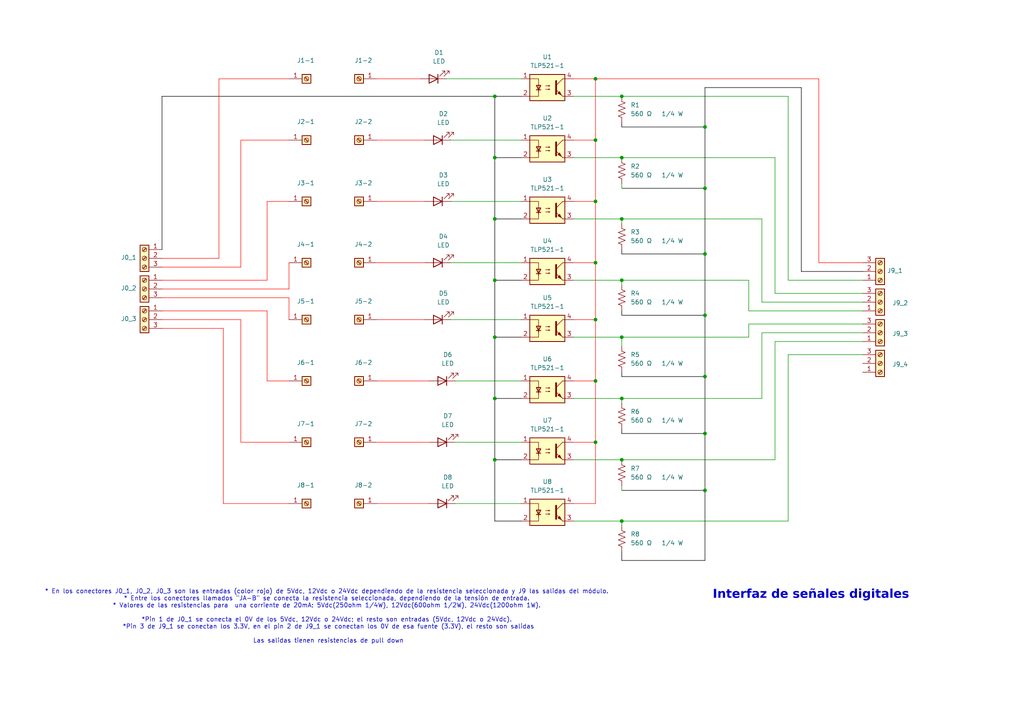
<source format=kicad_sch>
(kicad_sch (version 20250114) (generator "eeschema") (generator_version "9.0")
  (paper "A4")
  (title_block (title "Interfaz de señales digitales") (date "2025-09-10") (company "Digicontrol"))
  (lib_symbols
    (symbol "Connector:Screw_Terminal_01x01" (pin_names (offset 1.016) (hide yes))
      (property "Reference" "J" (at 0 2.54 0))
      (property "Value" "Screw_Terminal_01x01" (at 0 -2.54 0))
      (symbol "Screw_Terminal_01x01_1_1"
        (rectangle (start -1.27 1.27) (end 1.27 -1.27) (stroke (width 0.254)) (fill (type background)))
        (polyline (pts (xy -0.5334 0.3302) (xy 0.3302 -0.508)) (stroke (width 0.1524)))
        (polyline (pts (xy -0.3556 0.508) (xy 0.508 -0.3302)) (stroke (width 0.1524)))
        (circle (center 0 0) (radius 0.635) (stroke (width 0.1524)))
        (pin passive line (at -5.08 0 0) (length 3.81) (name "Pin_1") (number "1"))
      )
    )
    (symbol "Connector:Screw_Terminal_01x03" (pin_names (offset 1.016) (hide yes))
      (property "Reference" "J0_1" (at -6.858 0.254 0))
      (symbol "Screw_Terminal_01x03_1_1"
        (circle (center 0 2.54) (radius 0.635) (stroke (width 0.1524)))
        (circle (center 0 0) (radius 0.635) (stroke (width 0.1524)))
        (circle (center 0 -2.54) (radius 0.635) (stroke (width 0.1524)))
        (polyline (pts (xy 0.3556 3.048) (xy -0.508 2.2098)) (stroke (width 0.1524)))
        (polyline (pts (xy 0.3556 0.508) (xy -0.508 -0.3302)) (stroke (width 0.1524)))
        (polyline (pts (xy 0.3556 -2.032) (xy -0.508 -2.8702)) (stroke (width 0.1524)))
        (polyline (pts (xy 0.5334 2.8702) (xy -0.3302 2.032)) (stroke (width 0.1524)))
        (polyline (pts (xy 0.5334 0.3302) (xy -0.3302 -0.508)) (stroke (width 0.1524)))
        (polyline (pts (xy 0.5334 -2.2098) (xy -0.3302 -3.048)) (stroke (width 0.1524)))
        (rectangle (start 1.27 3.81) (end -1.27 -3.81) (stroke (width 0.254)) (fill (type background)))
        (pin passive line (at 5.08 2.54 180) (length 3.81) (name "Pin_1") (number "1"))
        (pin passive line (at 5.08 0 180) (length 3.81) (name "Pin_2") (number "2"))
        (pin passive line (at 5.08 -2.54 180) (length 3.81) (name "Pin_3") (number "3"))
      )
    )
    (symbol "Device:LED" (pin_numbers (hide yes)) (pin_names (offset 1.016) (hide yes))
      (property "Reference" "D" (at 0 2.54 0))
      (property "Value" "LED" (at 0 -2.54 0))
      (symbol "LED_0_1"
        (polyline (pts (xy -3.048 -0.762) (xy -4.572 -2.286) (xy -3.81 -2.286) (xy -4.572 -2.286) (xy -4.572 -1.524)))
        (polyline (pts (xy -1.778 -0.762) (xy -3.302 -2.286) (xy -2.54 -2.286) (xy -3.302 -2.286) (xy -3.302 -1.524)))
        (polyline (pts (xy -1.27 0) (xy 1.27 0)))
        (polyline (pts (xy -1.27 -1.27) (xy -1.27 1.27)) (stroke (width 0.254)))
        (polyline (pts (xy 1.27 -1.27) (xy 1.27 1.27) (xy -1.27 0) (xy 1.27 -1.27)) (stroke (width 0.254)))
      )
      (symbol "LED_1_1"
        (pin passive line (at -3.81 0 0) (length 2.54) (name "K") (number "1"))
        (pin passive line (at 3.81 0 180) (length 2.54) (name "A") (number "2"))
      )
    )
    (symbol "Device:R_US" (pin_numbers (hide yes)) (pin_names (offset 0))
      (property "Reference" "R" (at 2.54 0 90))
      (property "Value" "R_US" (at -2.54 0 90))
      (symbol "R_US_0_1"
        (polyline (pts (xy 0 2.286) (xy 0 2.54)))
        (polyline (pts (xy 0 2.286) (xy 1.016 1.905) (xy 0 1.524) (xy -1.016 1.143) (xy 0 0.762)))
        (polyline (pts (xy 0 0.762) (xy 1.016 0.381) (xy 0 0) (xy -1.016 -0.381) (xy 0 -0.762)))
        (polyline (pts (xy 0 -0.762) (xy 1.016 -1.143) (xy 0 -1.524) (xy -1.016 -1.905) (xy 0 -2.286)))
        (polyline (pts (xy 0 -2.286) (xy 0 -2.54)))
      )
      (symbol "R_US_1_1"
        (pin passive line (at 0 3.81 270) (length 1.27) (name "~") (number "1"))
        (pin passive line (at 0 -3.81 90) (length 1.27) (name "~") (number "2"))
      )
    )
    (symbol "Isolator:Optocoupler_DC_PhotoNPN_AKEC"
      (property "Reference" "U" (at -5.08 5.08 0))
      (property "Value" "Optocoupler_DC_PhotoNPN_AKEC" (at 0 5.08 0))
      (symbol "Optocoupler_DC_PhotoNPN_AKEC_0_1"
        (rectangle (start -5.08 3.81) (end 5.08 -3.81) (stroke (width 0.254)) (fill (type background)))
        (polyline (pts (xy -5.08 2.54) (xy -2.54 2.54) (xy -2.54 -1.27) (xy -2.54 0.635)))
        (polyline (pts (xy -3.175 -0.635) (xy -1.905 -0.635)) (stroke (width 0.254)))
        (polyline (pts (xy -2.54 -0.635) (xy -2.54 -2.54) (xy -5.08 -2.54)))
        (polyline (pts (xy -2.54 -0.635) (xy -3.175 0.635) (xy -1.905 0.635) (xy -2.54 -0.635)) (stroke (width 0.254)))
        (polyline (pts (xy -0.508 0.508) (xy 0.762 0.508) (xy 0.381 0.381) (xy 0.381 0.635) (xy 0.762 0.508)))
        (polyline (pts (xy -0.508 -0.508) (xy 0.762 -0.508) (xy 0.381 -0.635) (xy 0.381 -0.381) (xy 0.762 -0.508)))
        (polyline (pts (xy 2.54 1.905) (xy 2.54 -1.905)) (stroke (width 0.508)))
        (polyline (pts (xy 2.54 0.635) (xy 4.445 2.54)))
        (polyline (pts (xy 3.048 -1.651) (xy 3.556 -1.143) (xy 4.064 -2.159) (xy 3.048 -1.651)) (fill (type outline)))
        (polyline (pts (xy 4.445 2.54) (xy 5.08 2.54)))
        (polyline (pts (xy 4.445 -2.54) (xy 2.54 -0.635)) (fill (type outline)))
        (polyline (pts (xy 4.445 -2.54) (xy 5.08 -2.54)))
      )
      (symbol "Optocoupler_DC_PhotoNPN_AKEC_1_1"
        (pin passive line (at -7.62 2.54 0) (length 2.54) (name "~") (number "1"))
        (pin passive line (at -7.62 -2.54 0) (length 2.54) (name "~") (number "2"))
        (pin passive line (at 7.62 2.54 180) (length 2.54) (name "~") (number "4"))
        (pin passive line (at 7.62 -2.54 180) (length 2.54) (name "~") (number "3"))
      )
    )
    (symbol "Screw_Terminal_01x03_1" (pin_names (offset 1.016) (hide yes))
      (property "Reference" "J" (at 0 5.08 0))
      (property "Value" "Screw_Terminal_01x03" (at 0 -5.08 0))
      (symbol "Screw_Terminal_01x03_1_1_1"
        (rectangle (start -1.27 3.81) (end 1.27 -3.81) (stroke (width 0.254)) (fill (type background)))
        (polyline (pts (xy -0.5334 2.8702) (xy 0.3302 2.032)) (stroke (width 0.1524)))
        (polyline (pts (xy -0.5334 0.3302) (xy 0.3302 -0.508)) (stroke (width 0.1524)))
        (polyline (pts (xy -0.5334 -2.2098) (xy 0.3302 -3.048)) (stroke (width 0.1524)))
        (polyline (pts (xy -0.3556 3.048) (xy 0.508 2.2098)) (stroke (width 0.1524)))
        (polyline (pts (xy -0.3556 0.508) (xy 0.508 -0.3302)) (stroke (width 0.1524)))
        (polyline (pts (xy -0.3556 -2.032) (xy 0.508 -2.8702)) (stroke (width 0.1524)))
        (circle (center 0 2.54) (radius 0.635) (stroke (width 0.1524)))
        (circle (center 0 0) (radius 0.635) (stroke (width 0.1524)))
        (circle (center 0 -2.54) (radius 0.635) (stroke (width 0.1524)))
        (pin passive line (at -5.08 2.54 0) (length 3.81) (name "Pin_1") (number "1"))
        (pin passive line (at -5.08 0 0) (length 3.81) (name "Pin_2") (number "2"))
        (pin passive line (at -5.08 -2.54 0) (length 3.81) (name "Pin_3") (number "3"))
      )
    )
    (symbol "Screw_Terminal_01x03_2" (pin_names (offset 1.016) (hide yes))
      (property "Reference" "J9_1" (at -2.794 0.254 0))
      (symbol "Screw_Terminal_01x03_2_1_1"
        (circle (center 3.81 2.54) (radius 0.635) (stroke (width 0.1524)))
        (circle (center 3.81 0) (radius 0.635) (stroke (width 0.1524)))
        (circle (center 3.81 -2.54) (radius 0.635) (stroke (width 0.1524)))
        (polyline (pts (xy 4.1656 2.032) (xy 3.302 2.8702)) (stroke (width 0.1524)))
        (polyline (pts (xy 4.1656 -0.508) (xy 3.302 0.3302)) (stroke (width 0.1524)))
        (polyline (pts (xy 4.1656 -3.048) (xy 3.302 -2.2098)) (stroke (width 0.1524)))
        (polyline (pts (xy 4.3434 2.2098) (xy 3.4798 3.048)) (stroke (width 0.1524)))
        (polyline (pts (xy 4.3434 -0.3302) (xy 3.4798 0.508)) (stroke (width 0.1524)))
        (polyline (pts (xy 4.3434 -2.8702) (xy 3.4798 -2.032)) (stroke (width 0.1524)))
        (rectangle (start 5.08 -3.81) (end 2.54 3.81) (stroke (width 0.254)) (fill (type background)))
        (pin passive line (at 8.89 2.54 180) (length 3.81) (name "Pin_3") (number "3"))
        (pin passive line (at 8.89 0 180) (length 3.81) (name "Pin_2") (number "2"))
        (pin passive line (at 8.89 -2.54 180) (length 3.81) (name "Pin_1") (number "1"))
      )
    )
  )
  (text "Interfaz de señales digitales" (at 235.204 173.228 0) (effects (font (size 2.54 2.54))))
  (text "* En los conectores J0_1, J0_2, J0_3 son las entradas (color rojo) de 5Vdc, 12Vdc o 24Vdc dependiendo de la resistencia seleccionada y J9 las salidas del módulo. \n* Entre los conectores llamados \"JA-B\" se conecta la resistencia seleccionada, dependiendo de la tensión de entrada. \n* Valores de las resistencias para  una corriente de 20mA: 5Vdc(250ohm 1/4W), 12Vdc(600ohm 1/2W), 24Vdc(1200ohm 1W). \n\n*Pin 1 de J0_1 se conecta el 0V de los 5Vdc, 12Vdc o 24Vdc; el resto son entradas (5Vdc, 12Vdc o 24Vdc). \n*Pin 3 de J9_1 se conectan los 3.3V, en el pin 2 de J9_1 se conectan los 0V de esa fuente (3.3V), el resto son salidas\n\nLas salidas tienen resistencias de pull down" (at 95.25 178.816 0) (effects (font (size 1.27 1.27))))
  (junction (at 172.72 92.71))
  (junction (at 172.72 22.86))
  (junction (at 204.47 125.73))
  (junction (at 204.47 109.22))
  (junction (at 172.72 40.64))
  (junction (at 180.34 27.94))
  (junction (at 180.34 133.35))
  (junction (at 180.34 45.72))
  (junction (at 143.51 81.28))
  (junction (at 180.34 81.28))
  (junction (at 180.34 97.79))
  (junction (at 172.72 76.2))
  (junction (at 143.51 115.57))
  (junction (at 172.72 128.27))
  (junction (at 172.72 58.42))
  (junction (at 204.47 142.24))
  (junction (at 172.72 110.49))
  (junction (at 143.51 27.94))
  (junction (at 204.47 54.61))
  (junction (at 204.47 91.44))
  (junction (at 204.47 73.66))
  (junction (at 143.51 45.72))
  (junction (at 180.34 151.13))
  (junction (at 143.51 97.79))
  (junction (at 143.51 133.35))
  (junction (at 204.47 36.83))
  (junction (at 180.34 63.5))
  (junction (at 180.34 115.57))
  (junction (at 143.51 63.5))
  (wire (pts (xy 46.99 83.82) (xy 83.82 83.82)) (stroke (width 0) (color 255 11 0 1)))
  (wire (pts (xy 143.51 97.79) (xy 143.51 81.28)) (stroke (width 0) (color 0 0 0 1)))
  (wire (pts (xy 172.72 22.86) (xy 237.49 22.86)) (stroke (width 0) (color 255 11 0 1)))
  (wire (pts (xy 180.34 63.5) (xy 220.98 63.5)))
  (wire (pts (xy 69.85 77.47) (xy 69.85 40.64)) (stroke (width 0) (color 255 11 0 1)))
  (wire (pts (xy 180.34 81.28) (xy 217.17 81.28)))
  (wire (pts (xy 109.22 58.42) (xy 123.19 58.42)) (stroke (width 0) (color 255 11 0 1)))
  (wire (pts (xy 69.85 92.71) (xy 69.85 128.27)) (stroke (width 0) (color 255 11 0 1)))
  (wire (pts (xy 46.99 86.36) (xy 83.82 86.36)) (stroke (width 0) (color 255 11 0 1)))
  (wire (pts (xy 232.41 25.4) (xy 204.47 25.4)) (stroke (width 0) (color 0 0 0 1)))
  (wire (pts (xy 204.47 109.22) (xy 204.47 125.73)) (stroke (width 0) (color 0 0 0 1)))
  (wire (pts (xy 46.99 74.93) (xy 63.5 74.93)) (stroke (width 0) (color 255 11 0 1)))
  (wire (pts (xy 46.99 90.17) (xy 77.47 90.17)) (stroke (width 0) (color 255 11 0 1)))
  (wire (pts (xy 166.37 146.05) (xy 172.72 146.05)) (stroke (width 0) (color 255 11 0 1)))
  (wire (pts (xy 180.34 72.39) (xy 180.34 73.66)) (stroke (width 0) (color 0 0 0 1)))
  (wire (pts (xy 180.34 109.22) (xy 204.47 109.22)) (stroke (width 0) (color 0 0 0 1)))
  (wire (pts (xy 143.51 97.79) (xy 151.13 97.79)) (stroke (width 0) (color 0 0 0 1)))
  (wire (pts (xy 109.22 22.86) (xy 121.92 22.86)) (stroke (width 0) (color 255 11 0 1)))
  (wire (pts (xy 46.99 92.71) (xy 69.85 92.71)) (stroke (width 0) (color 255 11 0 1)))
  (wire (pts (xy 151.13 45.72) (xy 143.51 45.72)) (stroke (width 0) (color 0 0 0 1)))
  (wire (pts (xy 250.19 99.06) (xy 224.79 99.06)))
  (wire (pts (xy 180.34 124.46) (xy 180.34 125.73)) (stroke (width 0) (color 0 0 0 1)))
  (wire (pts (xy 77.47 58.42) (xy 77.47 81.28)) (stroke (width 0) (color 255 11 0 1)))
  (wire (pts (xy 77.47 90.17) (xy 77.47 110.49)) (stroke (width 0) (color 255 11 0 1)))
  (wire (pts (xy 180.34 64.77) (xy 180.34 63.5)))
  (wire (pts (xy 166.37 58.42) (xy 172.72 58.42)) (stroke (width 0) (color 255 11 0 1)))
  (wire (pts (xy 250.19 96.52) (xy 220.98 96.52)))
  (wire (pts (xy 172.72 40.64) (xy 172.72 58.42)) (stroke (width 0) (color 255 11 0 1)))
  (wire (pts (xy 143.51 151.13) (xy 143.51 133.35)) (stroke (width 0) (color 0 0 0 1)))
  (wire (pts (xy 69.85 40.64) (xy 83.82 40.64)) (stroke (width 0) (color 255 11 0 1)))
  (wire (pts (xy 172.72 92.71) (xy 172.72 110.49)) (stroke (width 0) (color 255 11 0 1)))
  (wire (pts (xy 172.72 128.27) (xy 172.72 146.05)) (stroke (width 0) (color 255 11 0 1)))
  (wire (pts (xy 143.51 27.94) (xy 143.51 45.72)) (stroke (width 0) (color 0 0 0 1)))
  (wire (pts (xy 180.34 133.35) (xy 224.79 133.35)))
  (wire (pts (xy 224.79 45.72) (xy 224.79 85.09)))
  (wire (pts (xy 166.37 97.79) (xy 180.34 97.79)))
  (wire (pts (xy 204.47 36.83) (xy 180.34 36.83)) (stroke (width 0) (color 0 0 0 1)))
  (wire (pts (xy 172.72 22.86) (xy 172.72 40.64)) (stroke (width 0) (color 255 11 0 1)))
  (wire (pts (xy 204.47 36.83) (xy 204.47 54.61)) (stroke (width 0) (color 0 0 0 1)))
  (wire (pts (xy 166.37 133.35) (xy 180.34 133.35)))
  (wire (pts (xy 130.81 92.71) (xy 151.13 92.71)))
  (wire (pts (xy 151.13 27.94) (xy 143.51 27.94)) (stroke (width 0) (color 0 0 0 1)))
  (wire (pts (xy 180.34 27.94) (xy 228.6 27.94)))
  (wire (pts (xy 180.34 53.34) (xy 180.34 54.61)))
  (wire (pts (xy 143.51 115.57) (xy 143.51 97.79)) (stroke (width 0) (color 0 0 0 1)))
  (wire (pts (xy 166.37 63.5) (xy 180.34 63.5)))
  (wire (pts (xy 250.19 93.98) (xy 217.17 93.98)))
  (wire (pts (xy 77.47 110.49) (xy 83.82 110.49)) (stroke (width 0) (color 255 11 0 1)))
  (wire (pts (xy 130.81 58.42) (xy 151.13 58.42)))
  (wire (pts (xy 180.34 73.66) (xy 204.47 73.66)) (stroke (width 0) (color 0 0 0 1)))
  (wire (pts (xy 143.51 115.57) (xy 151.13 115.57)) (stroke (width 0) (color 0 0 0 1)))
  (wire (pts (xy 109.22 40.64) (xy 123.19 40.64)) (stroke (width 0) (color 255 11 0 1)))
  (wire (pts (xy 237.49 76.2) (xy 250.19 76.2)) (stroke (width 0) (color 255 11 0 1)))
  (wire (pts (xy 224.79 85.09) (xy 250.19 85.09)))
  (wire (pts (xy 63.5 22.86) (xy 83.82 22.86)) (stroke (width 0) (color 255 11 0 1)))
  (wire (pts (xy 143.51 63.5) (xy 151.13 63.5)) (stroke (width 0) (color 0 0 0 1)))
  (wire (pts (xy 143.51 45.72) (xy 143.51 63.5)) (stroke (width 0) (color 0 0 0 1)))
  (wire (pts (xy 172.72 76.2) (xy 172.72 92.71)) (stroke (width 0) (color 255 11 0 1)))
  (wire (pts (xy 180.34 162.56) (xy 204.47 162.56)) (stroke (width 0) (color 0 0 0 1)))
  (wire (pts (xy 46.99 81.28) (xy 77.47 81.28)) (stroke (width 0) (color 255 11 0 1)))
  (wire (pts (xy 143.51 133.35) (xy 151.13 133.35)) (stroke (width 0) (color 0 0 0 1)))
  (wire (pts (xy 180.34 160.02) (xy 180.34 162.56)) (stroke (width 0) (color 0 0 0 1)))
  (wire (pts (xy 129.54 22.86) (xy 151.13 22.86)))
  (wire (pts (xy 232.41 78.74) (xy 232.41 25.4)) (stroke (width 0) (color 0 0 0 1)))
  (wire (pts (xy 83.82 76.2) (xy 83.82 83.82)) (stroke (width 0) (color 255 11 0 1)))
  (wire (pts (xy 109.22 128.27) (xy 124.46 128.27)) (stroke (width 0) (color 255 11 0 1)))
  (wire (pts (xy 172.72 58.42) (xy 172.72 76.2)) (stroke (width 0) (color 255 11 0 1)))
  (wire (pts (xy 132.08 110.49) (xy 151.13 110.49)))
  (wire (pts (xy 109.22 92.71) (xy 123.19 92.71)) (stroke (width 0) (color 255 11 0 1)))
  (wire (pts (xy 228.6 102.87) (xy 228.6 151.13)))
  (wire (pts (xy 217.17 90.17) (xy 250.19 90.17)))
  (wire (pts (xy 166.37 27.94) (xy 180.34 27.94)))
  (wire (pts (xy 180.34 152.4) (xy 180.34 151.13)))
  (wire (pts (xy 204.47 142.24) (xy 204.47 162.56)) (stroke (width 0) (color 0 0 0 1)))
  (wire (pts (xy 220.98 87.63) (xy 250.19 87.63)))
  (wire (pts (xy 220.98 63.5) (xy 220.98 87.63)))
  (wire (pts (xy 172.72 110.49) (xy 172.72 128.27)) (stroke (width 0) (color 255 11 0 1)))
  (wire (pts (xy 217.17 93.98) (xy 217.17 97.79)))
  (wire (pts (xy 217.17 81.28) (xy 217.17 90.17)))
  (wire (pts (xy 180.34 97.79) (xy 217.17 97.79)))
  (wire (pts (xy 166.37 81.28) (xy 180.34 81.28)))
  (wire (pts (xy 143.51 27.94) (xy 46.99 27.94)) (stroke (width 0) (color 0 0 0 1)))
  (wire (pts (xy 166.37 115.57) (xy 180.34 115.57)))
  (wire (pts (xy 232.41 78.74) (xy 250.19 78.74)) (stroke (width 0) (color 0 0 0 1)))
  (wire (pts (xy 180.34 140.97) (xy 180.34 142.24)))
  (wire (pts (xy 64.77 95.25) (xy 64.77 146.05)) (stroke (width 0) (color 255 11 0 1)))
  (wire (pts (xy 143.51 133.35) (xy 143.51 115.57)) (stroke (width 0) (color 0 0 0 1)))
  (wire (pts (xy 180.34 142.24) (xy 204.47 142.24)) (stroke (width 0) (color 0 0 0 1)))
  (wire (pts (xy 180.34 90.17) (xy 180.34 91.44)) (stroke (width 0) (color 0 0 0 1)))
  (wire (pts (xy 46.99 27.94) (xy 46.99 72.39)) (stroke (width 0) (color 0 0 0 1)))
  (wire (pts (xy 204.47 125.73) (xy 204.47 142.24)) (stroke (width 0) (color 0 0 0 1)))
  (wire (pts (xy 132.08 146.05) (xy 151.13 146.05)))
  (wire (pts (xy 228.6 81.28) (xy 250.19 81.28)))
  (wire (pts (xy 180.34 82.55) (xy 180.34 81.28)))
  (wire (pts (xy 204.47 25.4) (xy 204.47 36.83)) (stroke (width 0) (color 0 0 0 1)))
  (wire (pts (xy 166.37 128.27) (xy 172.72 128.27)) (stroke (width 0) (color 255 11 0 1)))
  (wire (pts (xy 180.34 100.33) (xy 180.34 97.79)))
  (wire (pts (xy 109.22 146.05) (xy 124.46 146.05)) (stroke (width 0) (color 255 11 0 1)))
  (wire (pts (xy 77.47 58.42) (xy 83.82 58.42)) (stroke (width 0) (color 255 11 0 1)))
  (wire (pts (xy 166.37 110.49) (xy 172.72 110.49)) (stroke (width 0) (color 255 11 0 1)))
  (wire (pts (xy 166.37 151.13) (xy 180.34 151.13)))
  (wire (pts (xy 166.37 40.64) (xy 172.72 40.64)) (stroke (width 0) (color 255 11 0 1)))
  (wire (pts (xy 228.6 102.87) (xy 250.19 102.87)))
  (wire (pts (xy 204.47 73.66) (xy 204.47 91.44)) (stroke (width 0) (color 0 0 0 1)))
  (wire (pts (xy 204.47 54.61) (xy 204.47 73.66)) (stroke (width 0) (color 0 0 0 1)))
  (wire (pts (xy 151.13 151.13) (xy 143.51 151.13)) (stroke (width 0) (color 0 0 0 1)))
  (wire (pts (xy 69.85 128.27) (xy 83.82 128.27)) (stroke (width 0) (color 255 11 0 1)))
  (wire (pts (xy 130.81 40.64) (xy 151.13 40.64)))
  (wire (pts (xy 237.49 76.2) (xy 237.49 22.86)) (stroke (width 0) (color 255 11 0 1)))
  (wire (pts (xy 180.34 116.84) (xy 180.34 115.57)))
  (wire (pts (xy 166.37 22.86) (xy 172.72 22.86)) (stroke (width 0) (color 255 11 0 1)))
  (wire (pts (xy 63.5 22.86) (xy 63.5 74.93)) (stroke (width 0) (color 255 11 0 1)))
  (wire (pts (xy 220.98 96.52) (xy 220.98 115.57)))
  (wire (pts (xy 46.99 77.47) (xy 69.85 77.47)) (stroke (width 0) (color 255 11 0 1)))
  (wire (pts (xy 180.34 54.61) (xy 204.47 54.61)) (stroke (width 0) (color 0 0 0 1)))
  (wire (pts (xy 130.81 76.2) (xy 151.13 76.2)))
  (wire (pts (xy 46.99 95.25) (xy 64.77 95.25)) (stroke (width 0) (color 255 11 0 1)))
  (wire (pts (xy 180.34 36.83) (xy 180.34 35.56)) (stroke (width 0) (color 0 0 0 1)))
  (wire (pts (xy 180.34 125.73) (xy 204.47 125.73)) (stroke (width 0) (color 0 0 0 1)))
  (wire (pts (xy 166.37 45.72) (xy 180.34 45.72)))
  (wire (pts (xy 180.34 107.95) (xy 180.34 109.22)) (stroke (width 0) (color 0 0 0 1)))
  (wire (pts (xy 180.34 45.72) (xy 224.79 45.72)))
  (wire (pts (xy 143.51 81.28) (xy 151.13 81.28)) (stroke (width 0) (color 0 0 0 1)))
  (wire (pts (xy 224.79 99.06) (xy 224.79 133.35)))
  (wire (pts (xy 109.22 110.49) (xy 124.46 110.49)) (stroke (width 0) (color 255 11 0 1)))
  (wire (pts (xy 83.82 86.36) (xy 83.82 92.71)) (stroke (width 0) (color 255 11 0 1)))
  (wire (pts (xy 64.77 146.05) (xy 83.82 146.05)) (stroke (width 0) (color 255 11 0 1)))
  (wire (pts (xy 204.47 91.44) (xy 204.47 109.22)) (stroke (width 0) (color 0 0 0 1)))
  (wire (pts (xy 109.22 76.2) (xy 123.19 76.2)) (stroke (width 0) (color 255 11 0 1)))
  (wire (pts (xy 143.51 81.28) (xy 143.51 63.5)) (stroke (width 0) (color 0 0 0 1)))
  (wire (pts (xy 132.08 128.27) (xy 151.13 128.27)))
  (wire (pts (xy 228.6 27.94) (xy 228.6 81.28)))
  (wire (pts (xy 180.34 91.44) (xy 204.47 91.44)) (stroke (width 0) (color 0 0 0 1)))
  (wire (pts (xy 166.37 92.71) (xy 172.72 92.71)) (stroke (width 0) (color 255 11 0 1)))
  (wire (pts (xy 180.34 115.57) (xy 220.98 115.57)))
  (wire (pts (xy 180.34 151.13) (xy 228.6 151.13)))
  (wire (pts (xy 166.37 76.2) (xy 172.72 76.2)) (stroke (width 0) (color 255 11 0 1)))
  (symbol (lib_id "Device:LED") (at 127 58.42 180) (unit 1)
    (property "Reference" "D3" (at 128.5875 50.8 0))
    (property "Value" "LED" (at 128.5875 53.34 0))
    (property "Footprint" "LED_THT:LED_D4.0mm" (effects (hide yes)))
    (property "Description" "Light emitting diode" (effects (hide yes)))
    (property "Sim.Pins" "1=K 2=A" (effects (hide yes)))
  )
  (symbol (lib_id "Isolator:Optocoupler_DC_PhotoNPN_AKEC") (at 158.75 95.25 0) (unit 1)
    (property "Reference" "U5" (at 158.75 86.36 0))
    (property "Value" "TLP521-1" (at 158.75 88.9 0))
    (property "Footprint" "Package_DIP:DIP-4_W7.62mm" (effects (hide yes)))
    (property "Datasheet" "https://docs.rs-online.com/d620/0900766b800287f7.pdf" (effects (hide yes)))
    (property "Description" "Fototransistor opticamente acoplado" (effects (hide yes)))
  )
  (symbol (lib_id "Connector:Screw_Terminal_01x01") (at 88.9 128.27 0) (unit 1)
    (property "Reference" "J7-1" (at 86.106 122.936 0) (effects (justify left)))
    (property "Value" "Screw_Terminal_01x01" (effects (hide yes)))
    (property "Footprint" "TerminalBlock_MetzConnect:TerminalBlock_MetzConnect_360271_1x01_Horizontal_ScrewM3.0_Boxed" (effects (hide yes)))
    (property "Description" "Generic screw terminal, single row, 01x01, script generated (kicad-library-utils/schlib/autogen/connector/)" (effects (hide yes)))
  )
  (symbol (lib_id "Isolator:Optocoupler_DC_PhotoNPN_AKEC") (at 158.75 60.96 0) (unit 1)
    (property "Reference" "U3" (at 158.75 52.07 0))
    (property "Value" "TLP521-1" (at 158.75 54.61 0))
    (property "Footprint" "Package_DIP:DIP-4_W7.62mm" (effects (hide yes)))
    (property "Datasheet" "https://docs.rs-online.com/d620/0900766b800287f7.pdf" (effects (hide yes)))
    (property "Description" "Fototransistor opticamente acoplado" (effects (hide yes)))
  )
  (symbol (lib_id "Connector:Screw_Terminal_01x01") (at 88.9 58.42 0) (unit 1)
    (property "Reference" "J3-1" (at 86.106 53.086 0) (effects (justify left)))
    (property "Value" "Screw_Terminal_01x01" (effects (hide yes)))
    (property "Footprint" "TerminalBlock_MetzConnect:TerminalBlock_MetzConnect_360271_1x01_Horizontal_ScrewM3.0_Boxed" (effects (hide yes)))
    (property "Description" "Generic screw terminal, single row, 01x01, script generated (kicad-library-utils/schlib/autogen/connector/)" (effects (hide yes)))
  )
  (symbol (lib_id "Device:R_US") (at 180.34 156.21 0) (unit 1)
    (property "Reference" "R8" (at 182.88 154.9399 0) (effects (justify left)))
    (property "Value" "560 Ω   1/4 W" (at 182.88 157.4799 0) (effects (justify left)))
    (property "Footprint" "Resistor_THT:R_Axial_DIN0207_L6.3mm_D2.5mm_P10.16mm_Horizontal" (effects (hide yes)))
    (property "Description" "Resistor" (effects (hide yes)))
  )
  (symbol (lib_id "Isolator:Optocoupler_DC_PhotoNPN_AKEC") (at 158.75 148.59 0) (unit 1)
    (property "Reference" "U8" (at 158.75 139.7 0))
    (property "Value" "TLP521-1" (at 158.75 142.24 0))
    (property "Footprint" "Package_DIP:DIP-4_W7.62mm" (effects (hide yes)))
    (property "Datasheet" "https://docs.rs-online.com/d620/0900766b800287f7.pdf" (effects (hide yes)))
    (property "Description" "Fototransistor opticamente acoplado" (effects (hide yes)))
  )
  (symbol (lib_id "Connector:Screw_Terminal_01x03") (at 41.91 74.93 0) (unit 1)
    (property "Reference" "J0_1" (at 35.052 74.676 0) (effects (justify left)))
    (property "Value" "Screw_Terminal_01x03" (effects (hide yes)))
    (property "Footprint" "TerminalBlock_Phoenix:TerminalBlock_Phoenix_PT-1,5-3-3.5-H_1x03_P3.50mm_Horizontal" (effects (hide yes)))
    (property "Description" "Generic screw terminal, single row, 01x03, script generated (kicad-library-utils/schlib/autogen/connector/)" (effects (hide yes)))
  )
  (symbol (lib_name "Screw_Terminal_01x03_1") (lib_id "Connector:Screw_Terminal_01x03") (at 255.27 96.52 0) (mirror x) (unit 1)
    (property "Reference" "J9_3" (at 258.826 96.774 0) (effects (justify left)))
    (property "Value" "Screw_Terminal_01x03" (effects (hide yes)))
    (property "Footprint" "TerminalBlock_Phoenix:TerminalBlock_Phoenix_PT-1,5-3-3.5-H_1x03_P3.50mm_Horizontal" (effects (hide yes)))
    (property "Description" "Generic screw terminal, single row, 01x03, script generated (kicad-library-utils/schlib/autogen/connector/)" (effects (hide yes)))
  )
  (symbol (lib_id "Connector:Screw_Terminal_01x01") (at 88.9 110.49 0) (unit 1)
    (property "Reference" "J6-1" (at 86.106 105.156 0) (effects (justify left)))
    (property "Value" "Screw_Terminal_01x01" (effects (hide yes)))
    (property "Footprint" "TerminalBlock_MetzConnect:TerminalBlock_MetzConnect_360271_1x01_Horizontal_ScrewM3.0_Boxed" (effects (hide yes)))
    (property "Description" "Generic screw terminal, single row, 01x01, script generated (kicad-library-utils/schlib/autogen/connector/)" (effects (hide yes)))
  )
  (symbol (lib_id "Connector:Screw_Terminal_01x03") (at 41.91 83.82 0) (unit 1)
    (property "Reference" "J0_2" (at 35.052 83.566 0) (effects (justify left)))
    (property "Value" "Screw_Terminal_01x03" (effects (hide yes)))
    (property "Footprint" "TerminalBlock_Phoenix:TerminalBlock_Phoenix_PT-1,5-3-3.5-H_1x03_P3.50mm_Horizontal" (effects (hide yes)))
    (property "Description" "Generic screw terminal, single row, 01x03, script generated (kicad-library-utils/schlib/autogen/connector/)" (effects (hide yes)))
  )
  (symbol (lib_id "Connector:Screw_Terminal_01x01") (at 104.14 76.2 180) (unit 1)
    (property "Reference" "J4-2" (at 105.41 70.866 0))
    (property "Value" "Screw_Terminal_01x01" (effects (hide yes)))
    (property "Footprint" "TerminalBlock_MetzConnect:TerminalBlock_MetzConnect_360271_1x01_Horizontal_ScrewM3.0_Boxed" (effects (hide yes)))
    (property "Description" "Generic screw terminal, single row, 01x01, script generated (kicad-library-utils/schlib/autogen/connector/)" (effects (hide yes)))
  )
  (symbol (lib_id "Connector:Screw_Terminal_01x01") (at 104.14 146.05 180) (unit 1)
    (property "Reference" "J8-2" (at 105.41 140.716 0))
    (property "Value" "Screw_Terminal_01x01" (effects (hide yes)))
    (property "Footprint" "TerminalBlock_MetzConnect:TerminalBlock_MetzConnect_360271_1x01_Horizontal_ScrewM3.0_Boxed" (effects (hide yes)))
    (property "Description" "Generic screw terminal, single row, 01x01, script generated (kicad-library-utils/schlib/autogen/connector/)" (effects (hide yes)))
  )
  (symbol (lib_id "Device:LED") (at 127 40.64 180) (unit 1)
    (property "Reference" "D2" (at 128.5875 33.02 0))
    (property "Value" "LED" (at 128.5875 35.56 0))
    (property "Footprint" "LED_THT:LED_D4.0mm" (effects (hide yes)))
    (property "Description" "Light emitting diode" (effects (hide yes)))
    (property "Sim.Pins" "1=K 2=A" (effects (hide yes)))
  )
  (symbol (lib_id "Device:R_US") (at 180.34 120.65 0) (unit 1)
    (property "Reference" "R6" (at 182.88 119.3799 0) (effects (justify left)))
    (property "Value" "560 Ω   1/4 W" (at 182.88 121.9199 0) (effects (justify left)))
    (property "Footprint" "Resistor_THT:R_Axial_DIN0207_L6.3mm_D2.5mm_P10.16mm_Horizontal" (effects (hide yes)))
    (property "Description" "Resistor" (effects (hide yes)))
  )
  (symbol (lib_name "Screw_Terminal_01x03_1") (lib_id "Connector:Screw_Terminal_01x03") (at 255.27 105.41 0) (mirror x) (unit 1)
    (property "Reference" "J9_4" (at 258.826 105.664 0) (effects (justify left)))
    (property "Value" "Screw_Terminal_01x03" (effects (hide yes)))
    (property "Footprint" "TerminalBlock_Phoenix:TerminalBlock_Phoenix_PT-1,5-3-3.5-H_1x03_P3.50mm_Horizontal" (effects (hide yes)))
    (property "Description" "Generic screw terminal, single row, 01x03, script generated (kicad-library-utils/schlib/autogen/connector/)" (effects (hide yes)))
  )
  (symbol (lib_id "Device:R_US") (at 180.34 137.16 0) (unit 1)
    (property "Reference" "R7" (at 182.88 135.8899 0) (effects (justify left)))
    (property "Value" "560 Ω   1/4 W" (at 182.88 138.4299 0) (effects (justify left)))
    (property "Footprint" "Resistor_THT:R_Axial_DIN0207_L6.3mm_D2.5mm_P10.16mm_Horizontal" (effects (hide yes)))
    (property "Description" "Resistor" (effects (hide yes)))
  )
  (symbol (lib_id "Device:LED") (at 125.73 22.86 180) (unit 1)
    (property "Reference" "D1" (at 127.3175 15.24 0))
    (property "Value" "LED" (at 127.3175 17.78 0))
    (property "Footprint" "LED_THT:LED_D4.0mm" (effects (hide yes)))
    (property "Description" "Light emitting diode" (effects (hide yes)))
    (property "Sim.Pins" "1=K 2=A" (effects (hide yes)))
  )
  (symbol (lib_id "Connector:Screw_Terminal_01x03") (at 41.91 92.71 0) (unit 1)
    (property "Reference" "J0_3" (at 35.052 92.456 0) (effects (justify left)))
    (property "Value" "Screw_Terminal_01x03" (effects (hide yes)))
    (property "Footprint" "TerminalBlock_Phoenix:TerminalBlock_Phoenix_PT-1,5-3-3.5-H_1x03_P3.50mm_Horizontal" (effects (hide yes)))
    (property "Description" "Generic screw terminal, single row, 01x03, script generated (kicad-library-utils/schlib/autogen/connector/)" (effects (hide yes)))
  )
  (symbol (lib_id "Isolator:Optocoupler_DC_PhotoNPN_AKEC") (at 158.75 130.81 0) (unit 1)
    (property "Reference" "U7" (at 158.75 121.92 0))
    (property "Value" "TLP521-1" (at 158.75 124.46 0))
    (property "Footprint" "Package_DIP:DIP-4_W7.62mm" (effects (hide yes)))
    (property "Datasheet" "https://docs.rs-online.com/d620/0900766b800287f7.pdf" (effects (hide yes)))
    (property "Description" "Fototransistor opticamente acoplado" (effects (hide yes)))
  )
  (symbol (lib_name "Screw_Terminal_01x03_1") (lib_id "Connector:Screw_Terminal_01x03") (at 255.27 87.63 0) (mirror x) (unit 1)
    (property "Reference" "J9_2" (at 258.826 87.884 0) (effects (justify left)))
    (property "Value" "Screw_Terminal_01x03" (effects (hide yes)))
    (property "Footprint" "TerminalBlock_Phoenix:TerminalBlock_Phoenix_PT-1,5-3-3.5-H_1x03_P3.50mm_Horizontal" (effects (hide yes)))
    (property "Description" "Generic screw terminal, single row, 01x03, script generated (kicad-library-utils/schlib/autogen/connector/)" (effects (hide yes)))
  )
  (symbol (lib_id "Connector:Screw_Terminal_01x01") (at 88.9 146.05 0) (unit 1)
    (property "Reference" "J8-1" (at 86.106 140.716 0) (effects (justify left)))
    (property "Value" "Screw_Terminal_01x01" (effects (hide yes)))
    (property "Footprint" "TerminalBlock_MetzConnect:TerminalBlock_MetzConnect_360271_1x01_Horizontal_ScrewM3.0_Boxed" (effects (hide yes)))
    (property "Description" "Generic screw terminal, single row, 01x01, script generated (kicad-library-utils/schlib/autogen/connector/)" (effects (hide yes)))
  )
  (symbol (lib_id "Device:LED") (at 127 92.71 180) (unit 1)
    (property "Reference" "D5" (at 128.5875 85.09 0))
    (property "Value" "LED" (at 128.5875 87.63 0))
    (property "Footprint" "LED_THT:LED_D4.0mm" (effects (hide yes)))
    (property "Description" "Light emitting diode" (effects (hide yes)))
    (property "Sim.Pins" "1=K 2=A" (effects (hide yes)))
  )
  (symbol (lib_id "Isolator:Optocoupler_DC_PhotoNPN_AKEC") (at 158.75 25.4 0) (unit 1)
    (property "Reference" "U1" (at 158.75 16.51 0))
    (property "Value" "TLP521-1" (at 158.75 19.05 0))
    (property "Footprint" "Package_DIP:DIP-4_W7.62mm" (effects (hide yes)))
    (property "Datasheet" "https://docs.rs-online.com/d620/0900766b800287f7.pdf" (effects (hide yes)))
    (property "Description" "Fototransistor opticamente acoplado" (effects (hide yes)))
  )
  (symbol (lib_name "Screw_Terminal_01x03_2") (lib_id "Connector:Screw_Terminal_01x03") (at 259.08 78.74 0) (mirror y) (unit 1)
    (property "Reference" "J9_1" (at 261.874 78.486 0) (effects (justify left)))
    (property "Value" "Screw_Terminal_01x03" (effects (hide yes)))
    (property "Footprint" "TerminalBlock_Phoenix:TerminalBlock_Phoenix_PT-1,5-3-3.5-H_1x03_P3.50mm_Horizontal" (effects (hide yes)))
    (property "Description" "Generic screw terminal, single row, 01x03, script generated (kicad-library-utils/schlib/autogen/connector/)" (effects (hide yes)))
  )
  (symbol (lib_id "Device:R_US") (at 180.34 31.75 0) (unit 1)
    (property "Reference" "R1" (at 182.88 30.4799 0) (effects (justify left)))
    (property "Value" "560 Ω   1/4 W" (at 182.88 33.0199 0) (effects (justify left)))
    (property "Footprint" "Resistor_THT:R_Axial_DIN0207_L6.3mm_D2.5mm_P10.16mm_Horizontal" (effects (hide yes)))
    (property "Description" "Resistor" (effects (hide yes)))
  )
  (symbol (lib_id "Device:LED") (at 128.27 146.05 180) (unit 1)
    (property "Reference" "D8" (at 129.8575 138.43 0))
    (property "Value" "LED" (at 129.8575 140.97 0))
    (property "Footprint" "LED_THT:LED_D4.0mm" (effects (hide yes)))
    (property "Description" "Light emitting diode" (effects (hide yes)))
    (property "Sim.Pins" "1=K 2=A" (effects (hide yes)))
  )
  (symbol (lib_id "Connector:Screw_Terminal_01x01") (at 104.14 110.49 180) (unit 1)
    (property "Reference" "J6-2" (at 105.41 105.156 0))
    (property "Value" "Screw_Terminal_01x01" (effects (hide yes)))
    (property "Footprint" "TerminalBlock_MetzConnect:TerminalBlock_MetzConnect_360271_1x01_Horizontal_ScrewM3.0_Boxed" (effects (hide yes)))
    (property "Description" "Generic screw terminal, single row, 01x01, script generated (kicad-library-utils/schlib/autogen/connector/)" (effects (hide yes)))
  )
  (symbol (lib_id "Connector:Screw_Terminal_01x01") (at 104.14 22.86 180) (unit 1)
    (property "Reference" "J1-2" (at 105.41 17.526 0))
    (property "Value" "Screw_Terminal_01x01" (effects (hide yes)))
    (property "Footprint" "TerminalBlock_MetzConnect:TerminalBlock_MetzConnect_360271_1x01_Horizontal_ScrewM3.0_Boxed" (effects (hide yes)))
    (property "Description" "Generic screw terminal, single row, 01x01, script generated (kicad-library-utils/schlib/autogen/connector/)" (effects (hide yes)))
  )
  (symbol (lib_id "Isolator:Optocoupler_DC_PhotoNPN_AKEC") (at 158.75 43.18 0) (unit 1)
    (property "Reference" "U2" (at 158.75 34.29 0))
    (property "Value" "TLP521-1" (at 158.75 36.83 0))
    (property "Footprint" "Package_DIP:DIP-4_W7.62mm" (effects (hide yes)))
    (property "Datasheet" "https://docs.rs-online.com/d620/0900766b800287f7.pdf" (effects (hide yes)))
    (property "Description" "Fototransistor opticamente acoplado" (effects (hide yes)))
  )
  (symbol (lib_id "Device:R_US") (at 180.34 68.58 0) (unit 1)
    (property "Reference" "R3" (at 182.88 67.3099 0) (effects (justify left)))
    (property "Value" "560 Ω   1/4 W" (at 182.88 69.8499 0) (effects (justify left)))
    (property "Footprint" "Resistor_THT:R_Axial_DIN0207_L6.3mm_D2.5mm_P10.16mm_Horizontal" (effects (hide yes)))
    (property "Description" "Resistor" (effects (hide yes)))
  )
  (symbol (lib_id "Device:R_US") (at 180.34 86.36 0) (unit 1)
    (property "Reference" "R4" (at 182.88 85.0899 0) (effects (justify left)))
    (property "Value" "560 Ω   1/4 W" (at 182.88 87.6299 0) (effects (justify left)))
    (property "Footprint" "Resistor_THT:R_Axial_DIN0207_L6.3mm_D2.5mm_P10.16mm_Horizontal" (effects (hide yes)))
    (property "Description" "Resistor" (effects (hide yes)))
  )
  (symbol (lib_id "Connector:Screw_Terminal_01x01") (at 88.9 92.71 0) (unit 1)
    (property "Reference" "J5-1" (at 86.106 87.376 0) (effects (justify left)))
    (property "Value" "Screw_Terminal_01x01" (effects (hide yes)))
    (property "Footprint" "TerminalBlock_MetzConnect:TerminalBlock_MetzConnect_360271_1x01_Horizontal_ScrewM3.0_Boxed" (effects (hide yes)))
    (property "Description" "Generic screw terminal, single row, 01x01, script generated (kicad-library-utils/schlib/autogen/connector/)" (effects (hide yes)))
  )
  (symbol (lib_id "Connector:Screw_Terminal_01x01") (at 104.14 92.71 180) (unit 1)
    (property "Reference" "J5-2" (at 105.41 87.376 0))
    (property "Value" "Screw_Terminal_01x01" (effects (hide yes)))
    (property "Footprint" "TerminalBlock_MetzConnect:TerminalBlock_MetzConnect_360271_1x01_Horizontal_ScrewM3.0_Boxed" (effects (hide yes)))
    (property "Description" "Generic screw terminal, single row, 01x01, script generated (kicad-library-utils/schlib/autogen/connector/)" (effects (hide yes)))
  )
  (symbol (lib_id "Connector:Screw_Terminal_01x01") (at 88.9 22.86 0) (unit 1)
    (property "Reference" "J1-1" (at 86.106 17.526 0) (effects (justify left)))
    (property "Value" "Screw_Terminal_01x01" (effects (hide yes)))
    (property "Footprint" "TerminalBlock_MetzConnect:TerminalBlock_MetzConnect_360271_1x01_Horizontal_ScrewM3.0_Boxed" (effects (hide yes)))
    (property "Description" "Generic screw terminal, single row, 01x01, script generated (kicad-library-utils/schlib/autogen/connector/)" (effects (hide yes)))
  )
  (symbol (lib_id "Connector:Screw_Terminal_01x01") (at 104.14 40.64 180) (unit 1)
    (property "Reference" "J2-2" (at 105.41 35.306 0))
    (property "Value" "Screw_Terminal_01x01" (effects (hide yes)))
    (property "Footprint" "TerminalBlock_MetzConnect:TerminalBlock_MetzConnect_360271_1x01_Horizontal_ScrewM3.0_Boxed" (effects (hide yes)))
    (property "Description" "Generic screw terminal, single row, 01x01, script generated (kicad-library-utils/schlib/autogen/connector/)" (effects (hide yes)))
  )
  (symbol (lib_id "Device:LED") (at 127 76.2 180) (unit 1)
    (property "Reference" "D4" (at 128.5875 68.58 0))
    (property "Value" "LED" (at 128.5875 71.12 0))
    (property "Footprint" "LED_THT:LED_D4.0mm" (effects (hide yes)))
    (property "Description" "Light emitting diode" (effects (hide yes)))
    (property "Sim.Pins" "1=K 2=A" (effects (hide yes)))
  )
  (symbol (lib_id "Isolator:Optocoupler_DC_PhotoNPN_AKEC") (at 158.75 113.03 0) (unit 1)
    (property "Reference" "U6" (at 158.75 104.14 0))
    (property "Value" "TLP521-1" (at 158.75 106.68 0))
    (property "Footprint" "Package_DIP:DIP-4_W7.62mm" (effects (hide yes)))
    (property "Datasheet" "https://docs.rs-online.com/d620/0900766b800287f7.pdf" (effects (hide yes)))
    (property "Description" "Fototransistor opticamente acoplado" (effects (hide yes)))
  )
  (symbol (lib_id "Device:LED") (at 128.27 110.49 180) (unit 1)
    (property "Reference" "D6" (at 129.8575 102.87 0))
    (property "Value" "LED" (at 129.8575 105.41 0))
    (property "Footprint" "LED_THT:LED_D4.0mm" (effects (hide yes)))
    (property "Description" "Light emitting diode" (effects (hide yes)))
    (property "Sim.Pins" "1=K 2=A" (effects (hide yes)))
  )
  (symbol (lib_id "Connector:Screw_Terminal_01x01") (at 104.14 128.27 180) (unit 1)
    (property "Reference" "J7-2" (at 105.41 122.936 0))
    (property "Value" "Screw_Terminal_01x01" (effects (hide yes)))
    (property "Footprint" "TerminalBlock_MetzConnect:TerminalBlock_MetzConnect_360271_1x01_Horizontal_ScrewM3.0_Boxed" (effects (hide yes)))
    (property "Description" "Generic screw terminal, single row, 01x01, script generated (kicad-library-utils/schlib/autogen/connector/)" (effects (hide yes)))
  )
  (symbol (lib_id "Device:R_US") (at 180.34 49.53 0) (unit 1)
    (property "Reference" "R2" (at 182.88 48.2599 0) (effects (justify left)))
    (property "Value" "560 Ω   1/4 W" (at 182.88 50.7999 0) (effects (justify left)))
    (property "Footprint" "Resistor_THT:R_Axial_DIN0207_L6.3mm_D2.5mm_P10.16mm_Horizontal" (effects (hide yes)))
    (property "Description" "Resistor" (effects (hide yes)))
  )
  (symbol (lib_id "Device:R_US") (at 180.34 104.14 0) (unit 1)
    (property "Reference" "R5" (at 182.88 102.8699 0) (effects (justify left)))
    (property "Value" "560 Ω   1/4 W" (at 182.88 105.4099 0) (effects (justify left)))
    (property "Footprint" "Resistor_THT:R_Axial_DIN0207_L6.3mm_D2.5mm_P10.16mm_Horizontal" (effects (hide yes)))
    (property "Description" "Resistor" (effects (hide yes)))
  )
  (symbol (lib_id "Isolator:Optocoupler_DC_PhotoNPN_AKEC") (at 158.75 78.74 0) (unit 1)
    (property "Reference" "U4" (at 158.75 69.85 0))
    (property "Value" "TLP521-1" (at 158.75 72.39 0))
    (property "Footprint" "Package_DIP:DIP-4_W7.62mm" (effects (hide yes)))
    (property "Datasheet" "https://docs.rs-online.com/d620/0900766b800287f7.pdf" (effects (hide yes)))
    (property "Description" "Fototransistor opticamente acoplado" (effects (hide yes)))
  )
  (symbol (lib_id "Device:LED") (at 128.27 128.27 180) (unit 1)
    (property "Reference" "D7" (at 129.8575 120.65 0))
    (property "Value" "LED" (at 129.8575 123.19 0))
    (property "Footprint" "LED_THT:LED_D4.0mm" (effects (hide yes)))
    (property "Description" "Light emitting diode" (effects (hide yes)))
    (property "Sim.Pins" "1=K 2=A" (effects (hide yes)))
  )
  (symbol (lib_id "Connector:Screw_Terminal_01x01") (at 88.9 40.64 0) (unit 1)
    (property "Reference" "J2-1" (at 86.106 35.306 0) (effects (justify left)))
    (property "Value" "Screw_Terminal_01x01" (effects (hide yes)))
    (property "Footprint" "TerminalBlock_MetzConnect:TerminalBlock_MetzConnect_360271_1x01_Horizontal_ScrewM3.0_Boxed" (effects (hide yes)))
    (property "Description" "Generic screw terminal, single row, 01x01, script generated (kicad-library-utils/schlib/autogen/connector/)" (effects (hide yes)))
  )
  (symbol (lib_id "Connector:Screw_Terminal_01x01") (at 104.14 58.42 180) (unit 1)
    (property "Reference" "J3-2" (at 105.41 53.086 0))
    (property "Value" "Screw_Terminal_01x01" (effects (hide yes)))
    (property "Footprint" "TerminalBlock_MetzConnect:TerminalBlock_MetzConnect_360271_1x01_Horizontal_ScrewM3.0_Boxed" (effects (hide yes)))
    (property "Description" "Generic screw terminal, single row, 01x01, script generated (kicad-library-utils/schlib/autogen/connector/)" (effects (hide yes)))
  )
  (symbol (lib_id "Connector:Screw_Terminal_01x01") (at 88.9 76.2 0) (unit 1)
    (property "Reference" "J4-1" (at 86.106 70.866 0) (effects (justify left)))
    (property "Value" "Screw_Terminal_01x01" (effects (hide yes)))
    (property "Footprint" "TerminalBlock_MetzConnect:TerminalBlock_MetzConnect_360271_1x01_Horizontal_ScrewM3.0_Boxed" (effects (hide yes)))
    (property "Description" "Generic screw terminal, single row, 01x01, script generated (kicad-library-utils/schlib/autogen/connector/)" (effects (hide yes)))
  )
)
</source>
